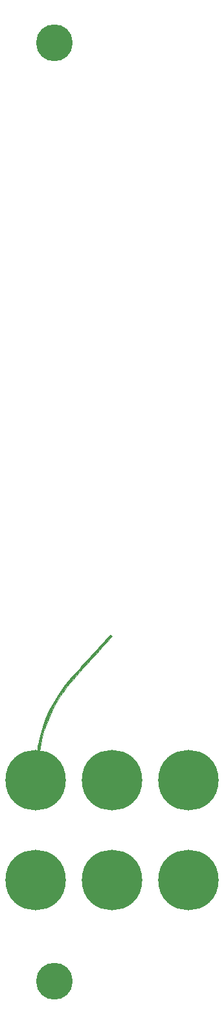
<source format=gbr>
G04 #@! TF.GenerationSoftware,KiCad,Pcbnew,5.1.10-88a1d61d58~88~ubuntu20.04.1*
G04 #@! TF.CreationDate,2021-04-30T11:17:43-07:00*
G04 #@! TF.ProjectId,reaper_panel,72656170-6572-45f7-9061-6e656c2e6b69,rev?*
G04 #@! TF.SameCoordinates,Original*
G04 #@! TF.FileFunction,Copper,L1,Top*
G04 #@! TF.FilePolarity,Positive*
%FSLAX46Y46*%
G04 Gerber Fmt 4.6, Leading zero omitted, Abs format (unit mm)*
G04 Created by KiCad (PCBNEW 5.1.10-88a1d61d58~88~ubuntu20.04.1) date 2021-04-30 11:17:43*
%MOMM*%
%LPD*%
G01*
G04 APERTURE LIST*
G04 #@! TA.AperFunction,EtchedComponent*
%ADD10C,0.010000*%
G04 #@! TD*
G04 #@! TA.AperFunction,ComponentPad*
%ADD11C,7.900000*%
G04 #@! TD*
G04 #@! TA.AperFunction,ComponentPad*
%ADD12C,4.800000*%
G04 #@! TD*
G04 APERTURE END LIST*
D10*
G36*
X-14045885Y38917642D02*
G01*
X-14014917Y38824477D01*
X-14032017Y38763938D01*
X-14068969Y38717925D01*
X-14160210Y38613427D01*
X-14302458Y38454041D01*
X-14492430Y38243365D01*
X-14726846Y37984996D01*
X-15002423Y37682531D01*
X-15315880Y37339566D01*
X-15663935Y36959700D01*
X-16043306Y36546530D01*
X-16450713Y36103652D01*
X-16882872Y35634663D01*
X-17234380Y35253744D01*
X-17803926Y34632510D01*
X-18317151Y34062884D01*
X-18779284Y33538337D01*
X-19195556Y33052339D01*
X-19571196Y32598363D01*
X-19911434Y32169879D01*
X-20221501Y31760358D01*
X-20506625Y31363271D01*
X-20772037Y30972089D01*
X-21022967Y30580283D01*
X-21168956Y30341842D01*
X-21692170Y29401988D01*
X-22165459Y28406617D01*
X-22582225Y27372954D01*
X-22935869Y26318222D01*
X-23219793Y25259647D01*
X-23350636Y24647000D01*
X-23381831Y24482617D01*
X-23409720Y24328237D01*
X-23435507Y24174469D01*
X-23460393Y24011918D01*
X-23485582Y23831191D01*
X-23512275Y23622895D01*
X-23541676Y23377636D01*
X-23574985Y23086020D01*
X-23613407Y22738656D01*
X-23658142Y22326148D01*
X-23710394Y21839104D01*
X-23712098Y21823168D01*
X-23752848Y21447063D01*
X-23791830Y21096686D01*
X-23827961Y20781095D01*
X-23860158Y20509346D01*
X-23887338Y20290496D01*
X-23908418Y20133603D01*
X-23922315Y20047723D01*
X-23925981Y20034585D01*
X-23988935Y19997659D01*
X-24082044Y19993656D01*
X-24161975Y20020461D01*
X-24184477Y20047195D01*
X-24188064Y20110491D01*
X-24181963Y20248277D01*
X-24167228Y20451061D01*
X-24144911Y20709351D01*
X-24116068Y21013653D01*
X-24081750Y21354476D01*
X-24043013Y21722327D01*
X-24000910Y22107714D01*
X-23956494Y22501145D01*
X-23910819Y22893126D01*
X-23864939Y23274167D01*
X-23819907Y23634773D01*
X-23776778Y23965454D01*
X-23736604Y24256716D01*
X-23700440Y24499068D01*
X-23670717Y24675574D01*
X-23421969Y25797111D01*
X-23090746Y26912485D01*
X-22679223Y28017204D01*
X-22189573Y29106776D01*
X-21623973Y30176709D01*
X-20984596Y31222511D01*
X-20273619Y32239689D01*
X-19585383Y33113666D01*
X-19513240Y33197366D01*
X-19389274Y33337625D01*
X-19218837Y33528559D01*
X-19007281Y33764279D01*
X-18759957Y34038901D01*
X-18482218Y34346538D01*
X-18179414Y34681303D01*
X-17856897Y35037311D01*
X-17520020Y35408675D01*
X-17174134Y35789509D01*
X-16824590Y36173927D01*
X-16476741Y36556042D01*
X-16135938Y36929969D01*
X-15807532Y37289820D01*
X-15496876Y37629710D01*
X-15209321Y37943752D01*
X-14950219Y38226061D01*
X-14724922Y38470749D01*
X-14538781Y38671932D01*
X-14397148Y38823721D01*
X-14317945Y38907233D01*
X-14216568Y38979263D01*
X-14136049Y38979705D01*
X-14045885Y38917642D01*
G37*
X-14045885Y38917642D02*
X-14014917Y38824477D01*
X-14032017Y38763938D01*
X-14068969Y38717925D01*
X-14160210Y38613427D01*
X-14302458Y38454041D01*
X-14492430Y38243365D01*
X-14726846Y37984996D01*
X-15002423Y37682531D01*
X-15315880Y37339566D01*
X-15663935Y36959700D01*
X-16043306Y36546530D01*
X-16450713Y36103652D01*
X-16882872Y35634663D01*
X-17234380Y35253744D01*
X-17803926Y34632510D01*
X-18317151Y34062884D01*
X-18779284Y33538337D01*
X-19195556Y33052339D01*
X-19571196Y32598363D01*
X-19911434Y32169879D01*
X-20221501Y31760358D01*
X-20506625Y31363271D01*
X-20772037Y30972089D01*
X-21022967Y30580283D01*
X-21168956Y30341842D01*
X-21692170Y29401988D01*
X-22165459Y28406617D01*
X-22582225Y27372954D01*
X-22935869Y26318222D01*
X-23219793Y25259647D01*
X-23350636Y24647000D01*
X-23381831Y24482617D01*
X-23409720Y24328237D01*
X-23435507Y24174469D01*
X-23460393Y24011918D01*
X-23485582Y23831191D01*
X-23512275Y23622895D01*
X-23541676Y23377636D01*
X-23574985Y23086020D01*
X-23613407Y22738656D01*
X-23658142Y22326148D01*
X-23710394Y21839104D01*
X-23712098Y21823168D01*
X-23752848Y21447063D01*
X-23791830Y21096686D01*
X-23827961Y20781095D01*
X-23860158Y20509346D01*
X-23887338Y20290496D01*
X-23908418Y20133603D01*
X-23922315Y20047723D01*
X-23925981Y20034585D01*
X-23988935Y19997659D01*
X-24082044Y19993656D01*
X-24161975Y20020461D01*
X-24184477Y20047195D01*
X-24188064Y20110491D01*
X-24181963Y20248277D01*
X-24167228Y20451061D01*
X-24144911Y20709351D01*
X-24116068Y21013653D01*
X-24081750Y21354476D01*
X-24043013Y21722327D01*
X-24000910Y22107714D01*
X-23956494Y22501145D01*
X-23910819Y22893126D01*
X-23864939Y23274167D01*
X-23819907Y23634773D01*
X-23776778Y23965454D01*
X-23736604Y24256716D01*
X-23700440Y24499068D01*
X-23670717Y24675574D01*
X-23421969Y25797111D01*
X-23090746Y26912485D01*
X-22679223Y28017204D01*
X-22189573Y29106776D01*
X-21623973Y30176709D01*
X-20984596Y31222511D01*
X-20273619Y32239689D01*
X-19585383Y33113666D01*
X-19513240Y33197366D01*
X-19389274Y33337625D01*
X-19218837Y33528559D01*
X-19007281Y33764279D01*
X-18759957Y34038901D01*
X-18482218Y34346538D01*
X-18179414Y34681303D01*
X-17856897Y35037311D01*
X-17520020Y35408675D01*
X-17174134Y35789509D01*
X-16824590Y36173927D01*
X-16476741Y36556042D01*
X-16135938Y36929969D01*
X-15807532Y37289820D01*
X-15496876Y37629710D01*
X-15209321Y37943752D01*
X-14950219Y38226061D01*
X-14724922Y38470749D01*
X-14538781Y38671932D01*
X-14397148Y38823721D01*
X-14317945Y38907233D01*
X-14216568Y38979263D01*
X-14136049Y38979705D01*
X-14045885Y38917642D01*
D11*
X-24000000Y7000000D03*
X-4000000Y7000000D03*
X-14000000Y7000000D03*
X-4000000Y20000000D03*
X-14000000Y20000000D03*
X-24000000Y20000000D03*
D12*
X-21500000Y116250000D03*
X-21500000Y-6250000D03*
M02*

</source>
